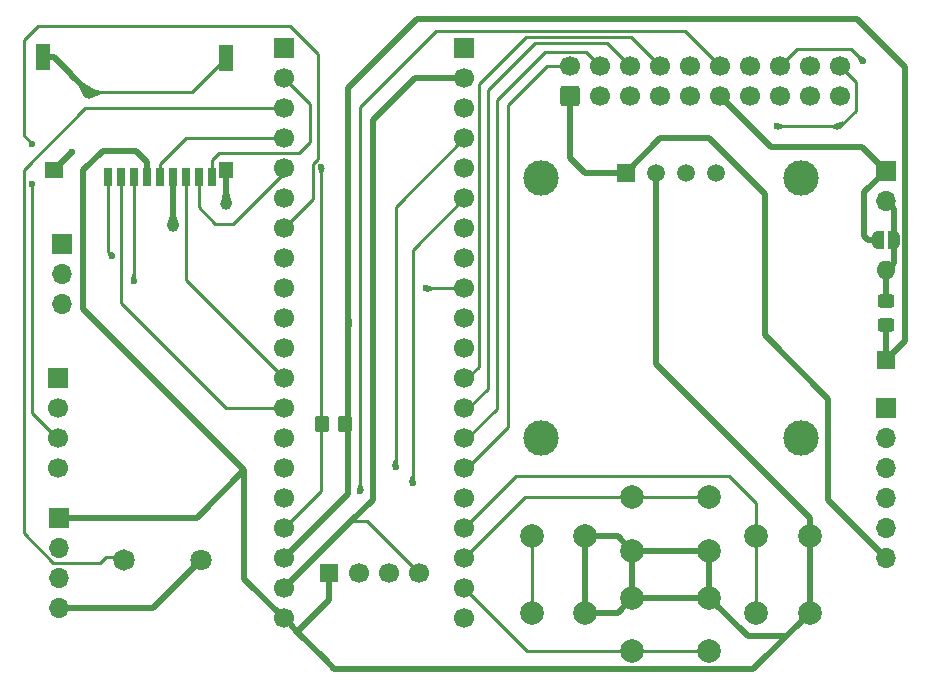
<source format=gbr>
%TF.GenerationSoftware,KiCad,Pcbnew,9.0.1*%
%TF.CreationDate,2025-06-11T14:36:35+02:00*%
%TF.ProjectId,sdiskII_stm32,73646973-6b49-4495-9f73-746d33322e6b,6*%
%TF.SameCoordinates,Original*%
%TF.FileFunction,Copper,L1,Top*%
%TF.FilePolarity,Positive*%
%FSLAX46Y46*%
G04 Gerber Fmt 4.6, Leading zero omitted, Abs format (unit mm)*
G04 Created by KiCad (PCBNEW 9.0.1) date 2025-06-11 14:36:35*
%MOMM*%
%LPD*%
G01*
G04 APERTURE LIST*
G04 Aperture macros list*
%AMRoundRect*
0 Rectangle with rounded corners*
0 $1 Rounding radius*
0 $2 $3 $4 $5 $6 $7 $8 $9 X,Y pos of 4 corners*
0 Add a 4 corners polygon primitive as box body*
4,1,4,$2,$3,$4,$5,$6,$7,$8,$9,$2,$3,0*
0 Add four circle primitives for the rounded corners*
1,1,$1+$1,$2,$3*
1,1,$1+$1,$4,$5*
1,1,$1+$1,$6,$7*
1,1,$1+$1,$8,$9*
0 Add four rect primitives between the rounded corners*
20,1,$1+$1,$2,$3,$4,$5,0*
20,1,$1+$1,$4,$5,$6,$7,0*
20,1,$1+$1,$6,$7,$8,$9,0*
20,1,$1+$1,$8,$9,$2,$3,0*%
%AMFreePoly0*
4,1,23,0.500000,-0.750000,0.000000,-0.750000,0.000000,-0.745722,-0.065263,-0.745722,-0.191342,-0.711940,-0.304381,-0.646677,-0.396677,-0.554381,-0.461940,-0.441342,-0.495722,-0.315263,-0.495722,-0.250000,-0.500000,-0.250000,-0.500000,0.250000,-0.495722,0.250000,-0.495722,0.315263,-0.461940,0.441342,-0.396677,0.554381,-0.304381,0.646677,-0.191342,0.711940,-0.065263,0.745722,0.000000,0.745722,
0.000000,0.750000,0.500000,0.750000,0.500000,-0.750000,0.500000,-0.750000,$1*%
%AMFreePoly1*
4,1,23,0.000000,0.745722,0.065263,0.745722,0.191342,0.711940,0.304381,0.646677,0.396677,0.554381,0.461940,0.441342,0.495722,0.315263,0.495722,0.250000,0.500000,0.250000,0.500000,-0.250000,0.495722,-0.250000,0.495722,-0.315263,0.461940,-0.441342,0.396677,-0.554381,0.304381,-0.646677,0.191342,-0.711940,0.065263,-0.745722,0.000000,-0.745722,0.000000,-0.750000,-0.500000,-0.750000,
-0.500000,0.750000,0.000000,0.750000,0.000000,0.745722,0.000000,0.745722,$1*%
G04 Aperture macros list end*
%TA.AperFunction,ComponentPad*%
%ADD10RoundRect,0.250000X0.600000X-0.600000X0.600000X0.600000X-0.600000X0.600000X-0.600000X-0.600000X0*%
%TD*%
%TA.AperFunction,ComponentPad*%
%ADD11C,1.700000*%
%TD*%
%TA.AperFunction,ComponentPad*%
%ADD12R,1.600000X1.600000*%
%TD*%
%TA.AperFunction,ComponentPad*%
%ADD13O,1.600000X1.600000*%
%TD*%
%TA.AperFunction,ComponentPad*%
%ADD14R,1.700000X1.700000*%
%TD*%
%TA.AperFunction,ComponentPad*%
%ADD15O,1.700000X1.700000*%
%TD*%
%TA.AperFunction,ComponentPad*%
%ADD16C,2.000000*%
%TD*%
%TA.AperFunction,SMDPad,CuDef*%
%ADD17RoundRect,0.250000X0.450000X-0.325000X0.450000X0.325000X-0.450000X0.325000X-0.450000X-0.325000X0*%
%TD*%
%TA.AperFunction,ComponentPad*%
%ADD18C,1.824000*%
%TD*%
%TA.AperFunction,ComponentPad*%
%ADD19C,1.800000*%
%TD*%
%TA.AperFunction,ComponentPad*%
%ADD20R,1.524000X1.524000*%
%TD*%
%TA.AperFunction,SMDPad,CuDef*%
%ADD21FreePoly0,180.000000*%
%TD*%
%TA.AperFunction,SMDPad,CuDef*%
%ADD22FreePoly1,180.000000*%
%TD*%
%TA.AperFunction,ComponentPad*%
%ADD23R,1.508000X1.508000*%
%TD*%
%TA.AperFunction,ComponentPad*%
%ADD24C,1.508000*%
%TD*%
%TA.AperFunction,ComponentPad*%
%ADD25C,3.000000*%
%TD*%
%TA.AperFunction,SMDPad,CuDef*%
%ADD26R,1.600000X1.400000*%
%TD*%
%TA.AperFunction,SMDPad,CuDef*%
%ADD27R,1.200000X2.200000*%
%TD*%
%TA.AperFunction,SMDPad,CuDef*%
%ADD28R,0.700000X1.600000*%
%TD*%
%TA.AperFunction,SMDPad,CuDef*%
%ADD29R,1.200000X1.400000*%
%TD*%
%TA.AperFunction,SMDPad,CuDef*%
%ADD30RoundRect,0.250000X-0.350000X-0.450000X0.350000X-0.450000X0.350000X0.450000X-0.350000X0.450000X0*%
%TD*%
%TA.AperFunction,ViaPad*%
%ADD31C,0.600000*%
%TD*%
%TA.AperFunction,ViaPad*%
%ADD32C,1.000000*%
%TD*%
%TA.AperFunction,Conductor*%
%ADD33C,0.500000*%
%TD*%
%TA.AperFunction,Conductor*%
%ADD34C,0.250000*%
%TD*%
G04 APERTURE END LIST*
D10*
%TO.P,J2,1,Pin_1*%
%TO.N,GND*%
X178290000Y-92490000D03*
D11*
%TO.P,J2,2,Pin_2*%
%TO.N,STEP0*%
X178290000Y-89950000D03*
%TO.P,J2,3,Pin_3*%
%TO.N,GND*%
X180830000Y-92490000D03*
%TO.P,J2,4,Pin_4*%
%TO.N,STEP1*%
X180830000Y-89950000D03*
%TO.P,J2,5,Pin_5*%
%TO.N,GND*%
X183370000Y-92490000D03*
%TO.P,J2,6,Pin_6*%
%TO.N,STEP2*%
X183370000Y-89950000D03*
%TO.P,J2,7,Pin_7*%
%TO.N,3.5DSK_D*%
X185910000Y-92490000D03*
%TO.P,J2,8,Pin_8*%
%TO.N,STEP3*%
X185910000Y-89950000D03*
%TO.P,J2,9,Pin_9*%
%TO.N,unconnected-(J2-Pin_9-Pad9)*%
X188450000Y-92490000D03*
%TO.P,J2,10,Pin_10*%
%TO.N,WR_REQ*%
X188450000Y-89950000D03*
%TO.P,J2,11,Pin_11*%
%TO.N,VCC*%
X190990000Y-92490000D03*
%TO.P,J2,12,Pin_12*%
%TO.N,SELECT_D*%
X190990000Y-89950000D03*
%TO.P,J2,13,Pin_13*%
%TO.N,unconnected-(J2-Pin_13-Pad13)*%
X193530000Y-92490000D03*
%TO.P,J2,14,Pin_14*%
%TO.N,DEVICE_ENABLE*%
X193530000Y-89950000D03*
%TO.P,J2,15,Pin_15*%
%TO.N,unconnected-(J2-Pin_15-Pad15)*%
X196070000Y-92490000D03*
%TO.P,J2,16,Pin_16*%
%TO.N,RD_DATA*%
X196070000Y-89950000D03*
%TO.P,J2,17,Pin_17*%
%TO.N,unconnected-(J2-Pin_17-Pad17)*%
X198610000Y-92490000D03*
%TO.P,J2,18,Pin_18*%
%TO.N,WR_DATA*%
X198610000Y-89950000D03*
%TO.P,J2,19,Pin_19*%
%TO.N,unconnected-(J2-Pin_19-Pad19)*%
X201150000Y-92490000D03*
%TO.P,J2,20,Pin_20*%
%TO.N,WR_PROTECT_D*%
X201150000Y-89950000D03*
%TD*%
D12*
%TO.P,D1,1,K*%
%TO.N,PWR_IN*%
X205000000Y-114840000D03*
D13*
%TO.P,D1,2,A*%
%TO.N,PWR_RD*%
X205000000Y-107220000D03*
%TD*%
D14*
%TO.P,J5,1,Pin_1*%
%TO.N,TIM2_CH3*%
X134880000Y-116370000D03*
D11*
%TO.P,J5,2,Pin_2*%
%TO.N,TIM3_CH4*%
X134880000Y-118910000D03*
%TO.P,J5,3,Pin_3*%
%TO.N,DEBUG*%
X134880000Y-121450000D03*
%TO.P,J5,4,Pin_4*%
%TO.N,GND*%
X134880000Y-123990000D03*
%TD*%
D14*
%TO.P,J3,1,Pin_1*%
%TO.N,RD_DATA*%
X205030000Y-118910000D03*
D15*
%TO.P,J3,2,Pin_2*%
%TO.N,WR_REQ*%
X205030000Y-121450000D03*
%TO.P,J3,3,Pin_3*%
%TO.N,DEVICE_ENABLE*%
X205030000Y-123990000D03*
%TO.P,J3,4,Pin_4*%
%TO.N,WR_PROTECT_D*%
X205030000Y-126530000D03*
%TO.P,J3,5,Pin_5*%
%TO.N,WR_DATA*%
X205030000Y-129070000D03*
%TO.P,J3,6,Pin_6*%
%TO.N,GND*%
X205030000Y-131610000D03*
%TD*%
D16*
%TO.P,UP1,1,1*%
%TO.N,+3.3V*%
X190040000Y-130950000D03*
X183540000Y-130950000D03*
%TO.P,UP1,2,2*%
%TO.N,BTN_UP*%
X190040000Y-126450000D03*
X183540000Y-126450000D03*
%TD*%
D17*
%TO.P,D2,1,K*%
%TO.N,PWR_IN*%
X205000000Y-111840000D03*
%TO.P,D2,2,A*%
%TO.N,PWR_RD*%
X205000000Y-109790000D03*
%TD*%
D18*
%TO.P,BZ1,1,+*%
%TO.N,TIM1_CH2N*%
X140500000Y-131750000D03*
D19*
%TO.P,BZ1,2,-*%
%TO.N,GND*%
X147000000Y-131750000D03*
%TD*%
D14*
%TO.P,J4,1,Pin_1*%
%TO.N,USART1_TX*%
X135240000Y-104975000D03*
D15*
%TO.P,J4,2,Pin_2*%
%TO.N,USART1_RX*%
X135240000Y-107515000D03*
%TO.P,J4,3,Pin_3*%
%TO.N,GND*%
X135240000Y-110055000D03*
%TD*%
D14*
%TO.P,\u03BCC1,1,B12*%
%TO.N,BTN_RET*%
X154050000Y-88440000D03*
D11*
%TO.P,\u03BCC1,2,B13*%
%TO.N,SD_EJECT*%
X154050000Y-90980000D03*
%TO.P,\u03BCC1,3,B14*%
%TO.N,TIM1_CH2N*%
X154050000Y-93520000D03*
%TO.P,\u03BCC1,4,B15*%
%TO.N,SDIO_CK*%
X154050000Y-96060000D03*
%TO.P,\u03BCC1,5,A8*%
%TO.N,SDIO_D1*%
X154050000Y-98600000D03*
%TO.P,\u03BCC1,6,A9*%
%TO.N,SDIO_D2*%
X154050000Y-101140000D03*
%TO.P,\u03BCC1,7,A10*%
%TO.N,DEBUG*%
X154050000Y-103680000D03*
%TO.P,\u03BCC1,8,A11*%
%TO.N,3.5DSK*%
X154050000Y-106220000D03*
%TO.P,\u03BCC1,9,A12*%
%TO.N,unconnected-(\u03BCC1-A12-Pad9)*%
X154050000Y-108760000D03*
%TO.P,\u03BCC1,10,A15*%
%TO.N,USART1_TX*%
X154050000Y-111300000D03*
%TO.P,\u03BCC1,11,B3*%
%TO.N,USART1_RX*%
X154050000Y-113840000D03*
%TO.P,\u03BCC1,12,B4*%
%TO.N,SDIO_DO*%
X154050000Y-116380000D03*
%TO.P,\u03BCC1,13,B5*%
%TO.N,SDIO_D3*%
X154050000Y-118920000D03*
%TO.P,\u03BCC1,14,B6*%
%TO.N,I2C_SCL*%
X154050000Y-121460000D03*
%TO.P,\u03BCC1,15,B7*%
%TO.N,I2C_SDA*%
X154050000Y-124000000D03*
%TO.P,\u03BCC1,16,B8*%
%TO.N,SELECT*%
X154050000Y-126540000D03*
%TO.P,\u03BCC1,17,B9*%
%TO.N,WR_REQ*%
X154050000Y-129080000D03*
%TO.P,\u03BCC1,18,5Vi*%
%TO.N,PWR_IN*%
X154050000Y-131620000D03*
%TO.P,\u03BCC1,19,GNDi*%
%TO.N,GND*%
X154050000Y-134160000D03*
%TO.P,\u03BCC1,20,3.3i*%
%TO.N,+3.3V*%
X154050000Y-136700000D03*
%TO.P,\u03BCC1,21,VB*%
%TO.N,unconnected-(\u03BCC1-VB-Pad21)*%
X169290000Y-136700000D03*
%TO.P,\u03BCC1,22,C13*%
%TO.N,BTN_DOWN*%
X169290000Y-134160000D03*
%TO.P,\u03BCC1,23,C14*%
%TO.N,BTN_UP*%
X169290000Y-131620000D03*
%TO.P,\u03BCC1,24,C15*%
%TO.N,BTN_ENTR*%
X169290000Y-129080000D03*
%TO.P,\u03BCC1,25,R*%
%TO.N,unconnected-(\u03BCC1-R-Pad25)*%
X169290000Y-126540000D03*
%TO.P,\u03BCC1,26,A0*%
%TO.N,STEP0*%
X169290000Y-124000000D03*
%TO.P,\u03BCC1,27,A1*%
%TO.N,STEP1*%
X169290000Y-121460000D03*
%TO.P,\u03BCC1,28,A2*%
%TO.N,STEP2*%
X169290000Y-118920000D03*
%TO.P,\u03BCC1,29,A3*%
%TO.N,STEP3*%
X169290000Y-116380000D03*
%TO.P,\u03BCC1,30,A4*%
%TO.N,DEVICE_ENABLE*%
X169290000Y-113840000D03*
%TO.P,\u03BCC1,31,A5*%
%TO.N,WR_DATA*%
X169290000Y-111300000D03*
%TO.P,\u03BCC1,32,A6*%
%TO.N,SDIO_CMD*%
X169290000Y-108760000D03*
%TO.P,\u03BCC1,33,A7*%
%TO.N,WR_DATA*%
X169290000Y-106220000D03*
%TO.P,\u03BCC1,34,B0*%
%TO.N,RD_DATA*%
X169290000Y-103680000D03*
%TO.P,\u03BCC1,35,B1*%
%TO.N,TIM3_CH4*%
X169290000Y-101140000D03*
%TO.P,\u03BCC1,36,B2*%
%TO.N,WR_PROTECT*%
X169290000Y-98600000D03*
%TO.P,\u03BCC1,37,B10*%
%TO.N,TIM2_CH3*%
X169290000Y-96060000D03*
%TO.P,\u03BCC1,38,3.3ii*%
%TO.N,unconnected-(\u03BCC1-3.3ii-Pad38)*%
X169290000Y-93520000D03*
%TO.P,\u03BCC1,39,GNDii*%
%TO.N,GND*%
X169290000Y-90980000D03*
D14*
%TO.P,\u03BCC1,40,5Vii*%
%TO.N,unconnected-(\u03BCC1-5Vii-Pad40)*%
X169290000Y-88440000D03*
D20*
%TO.P,\u03BCC1,41,3.3V*%
%TO.N,+3.3V*%
X157860000Y-132890000D03*
D11*
%TO.P,\u03BCC1,42,SDIO*%
%TO.N,SDIO*%
X160400000Y-132890000D03*
%TO.P,\u03BCC1,43,SCK*%
%TO.N,SCK*%
X162940000Y-132890000D03*
%TO.P,\u03BCC1,44,GND*%
%TO.N,GND*%
X165480000Y-132890000D03*
%TD*%
D21*
%TO.P,JP1,1,A*%
%TO.N,PWR_RD*%
X205650000Y-104680000D03*
D22*
%TO.P,JP1,2,B*%
%TO.N,VCC*%
X204350000Y-104680000D03*
%TD*%
D14*
%TO.P,J1,1,Pin_1*%
%TO.N,VCC*%
X205000000Y-98810000D03*
D15*
%TO.P,J1,2,Pin_2*%
%TO.N,PWR_RD*%
X205000000Y-101350000D03*
%TD*%
D16*
%TO.P,ENTR1,1,1*%
%TO.N,+3.3V*%
X198540000Y-129700000D03*
X198540000Y-136200000D03*
%TO.P,ENTR1,2,2*%
%TO.N,BTN_ENTR*%
X194040000Y-129700000D03*
X194040000Y-136200000D03*
%TD*%
D14*
%TO.P,J6,1,Pin_1*%
%TO.N,+3.3V*%
X135000000Y-128180000D03*
D15*
%TO.P,J6,2,Pin_2*%
%TO.N,SDIO*%
X135000000Y-130720000D03*
%TO.P,J6,3,Pin_3*%
%TO.N,SCK*%
X135000000Y-133260000D03*
%TO.P,J6,4,Pin_4*%
%TO.N,GND*%
X135000000Y-135800000D03*
%TD*%
D23*
%TO.P,U8,1,GND*%
%TO.N,GND*%
X182980000Y-98950000D03*
D24*
%TO.P,U8,2,VCC_IN*%
%TO.N,+3.3V*%
X185520000Y-98950000D03*
%TO.P,U8,3,SCL*%
%TO.N,I2C_SCL*%
X188060000Y-98950000D03*
%TO.P,U8,4,SDA*%
%TO.N,I2C_SDA*%
X190600000Y-98950000D03*
D25*
%TO.P,U8,S1*%
%TO.N,N/C*%
X175790000Y-99450000D03*
%TO.P,U8,S2*%
X197790000Y-99450000D03*
%TO.P,U8,S3*%
X197790000Y-121450000D03*
%TO.P,U8,S4*%
X175790000Y-121450000D03*
%TD*%
D26*
%TO.P,U2,*%
%TO.N,*%
X134540000Y-98750000D03*
D27*
X149140000Y-89250000D03*
D28*
%TO.P,U2,1,D2*%
%TO.N,SDIO_D2*%
X139140000Y-99350000D03*
%TO.P,U2,2,D3*%
%TO.N,SDIO_D3*%
X140240000Y-99350000D03*
%TO.P,U2,3,CMD*%
%TO.N,SDIO_CMD*%
X141340000Y-99350000D03*
%TO.P,U2,4,VDD*%
%TO.N,+3.3V*%
X142440000Y-99350000D03*
%TO.P,U2,5,SCLK*%
%TO.N,SDIO_CK*%
X143540000Y-99350000D03*
%TO.P,U2,6,GND*%
%TO.N,GND*%
X144640000Y-99350000D03*
%TO.P,U2,7,DO*%
%TO.N,SDIO_DO*%
X145740000Y-99350000D03*
%TO.P,U2,8,D1*%
%TO.N,SDIO_D1*%
X146840000Y-99350000D03*
%TO.P,U2,9,CD*%
%TO.N,SD_EJECT*%
X147940000Y-99350000D03*
D29*
%TO.P,U2,10,GND*%
%TO.N,GND*%
X149140000Y-98750000D03*
D27*
%TO.P,U2,~*%
%TO.N,N/C*%
X133640000Y-89150000D03*
%TD*%
D30*
%TO.P,R4,1*%
%TO.N,WR_REQ*%
X157250000Y-120230000D03*
%TO.P,R4,2*%
%TO.N,PWR_IN*%
X159250000Y-120230000D03*
%TD*%
D16*
%TO.P,RET1,1,1*%
%TO.N,+3.3V*%
X179540000Y-129700000D03*
X179540000Y-136200000D03*
%TO.P,RET1,2,2*%
%TO.N,BTN_RET*%
X175040000Y-129700000D03*
X175040000Y-136200000D03*
%TD*%
%TO.P,DOWN1,1,1*%
%TO.N,+3.3V*%
X183540000Y-134950000D03*
X190040000Y-134950000D03*
%TO.P,DOWN1,2,2*%
%TO.N,BTN_DOWN*%
X183540000Y-139450000D03*
X190040000Y-139450000D03*
%TD*%
D31*
%TO.N,GND*%
X136090000Y-97200000D03*
D32*
X144640000Y-103500000D03*
X137540000Y-92250000D03*
X149170000Y-101600000D03*
D31*
%TO.N,WR_REQ*%
X157190000Y-98500000D03*
%TO.N,RD_DATA*%
X203050000Y-89500000D03*
%TO.N,PWR_IN*%
X159510000Y-111690000D03*
%TO.N,SDIO_CMD*%
X141340000Y-108100000D03*
X166040000Y-108760000D03*
%TO.N,SDIO_D2*%
X139490000Y-106050000D03*
%TO.N,DEBUG*%
X132750000Y-99900000D03*
X132750000Y-96500000D03*
%TO.N,TIM3_CH4*%
X164940000Y-125250000D03*
%TO.N,TIM2_CH3*%
X163490000Y-123900000D03*
%TO.N,SELECT_D*%
X160500000Y-125925000D03*
%TO.N,WR_PROTECT_D*%
X201000000Y-95025000D03*
X195750000Y-95025000D03*
%TD*%
D33*
%TO.N,GND*%
X200090000Y-118090000D02*
X200090000Y-126670000D01*
X165126341Y-90960000D02*
X169270000Y-90960000D01*
X178300000Y-97100000D02*
X178290000Y-97090000D01*
D34*
X161075000Y-128485000D02*
X159725000Y-128485000D01*
D33*
X136040000Y-90650000D02*
X136040000Y-90640000D01*
X149170000Y-98780000D02*
X149140000Y-98750000D01*
D34*
X137540000Y-92250000D02*
X137540000Y-92150000D01*
D33*
X179550000Y-98950000D02*
X178300000Y-97700000D01*
X159725000Y-128485000D02*
X154050000Y-134160000D01*
X182980000Y-98950000D02*
X179550000Y-98950000D01*
X165116341Y-90950000D02*
X165126341Y-90960000D01*
X161540000Y-94526341D02*
X165116341Y-90950000D01*
D34*
X146240000Y-92150000D02*
X149140000Y-89250000D01*
D33*
X178300000Y-97700000D02*
X178300000Y-97100000D01*
X178290000Y-97090000D02*
X178290000Y-92490000D01*
X159725000Y-128485000D02*
X161540000Y-126670000D01*
X136090000Y-97200000D02*
X134540000Y-98750000D01*
D34*
X137540000Y-92150000D02*
X146240000Y-92150000D01*
D33*
X190020000Y-96020000D02*
X194730000Y-100730000D01*
D34*
X165480000Y-132890000D02*
X161075000Y-128485000D01*
D33*
X168659000Y-90980000D02*
X168659000Y-90950000D01*
X169270000Y-90960000D02*
X169290000Y-90980000D01*
X161540000Y-126670000D02*
X161540000Y-94526341D01*
X137540000Y-92150000D02*
X136040000Y-90650000D01*
X144640000Y-103500000D02*
X144640000Y-99583884D01*
X135240000Y-135800000D02*
X142950000Y-135800000D01*
X194730000Y-112730000D02*
X200090000Y-118090000D01*
X194730000Y-100730000D02*
X194730000Y-112730000D01*
X149170000Y-101600000D02*
X149170000Y-98780000D01*
X134550000Y-89150000D02*
X133640000Y-89150000D01*
X142950000Y-135800000D02*
X147000000Y-131750000D01*
X182980000Y-98950000D02*
X185910000Y-96020000D01*
X136040000Y-90640000D02*
X134550000Y-89150000D01*
X185910000Y-96020000D02*
X190020000Y-96020000D01*
X200090000Y-126670000D02*
X205030000Y-131610000D01*
%TO.N,VCC*%
X203530000Y-104680000D02*
X204350000Y-104680000D01*
X202940000Y-96750000D02*
X205000000Y-98810000D01*
X205000000Y-98650000D02*
X204840000Y-98810000D01*
X205000000Y-98810000D02*
X203190000Y-100620000D01*
X203190000Y-104340000D02*
X203530000Y-104680000D01*
X203190000Y-100620000D02*
X203190000Y-104340000D01*
X195250000Y-96750000D02*
X202940000Y-96750000D01*
X190990000Y-92490000D02*
X195250000Y-96750000D01*
D34*
%TO.N,STEP2*%
X175290000Y-87950000D02*
X175040000Y-88200000D01*
X171290000Y-117250000D02*
X169620000Y-118920000D01*
X181370000Y-87950000D02*
X175290000Y-87950000D01*
X175040000Y-88200000D02*
X171290000Y-91950000D01*
X171290000Y-91950000D02*
X171290000Y-117250000D01*
X183370000Y-89950000D02*
X181370000Y-87950000D01*
%TO.N,WR_REQ*%
X157190000Y-125940000D02*
X154050000Y-129080000D01*
X157190000Y-98500000D02*
X157190000Y-125940000D01*
%TO.N,STEP3*%
X170540000Y-91450000D02*
X170540000Y-115415000D01*
X183410000Y-87450000D02*
X174540000Y-87450000D01*
X170540000Y-115415000D02*
X169575000Y-116380000D01*
X174540000Y-87450000D02*
X170540000Y-91450000D01*
X185910000Y-89950000D02*
X183410000Y-87450000D01*
%TO.N,STEP0*%
X173040000Y-93200000D02*
X173040000Y-120500000D01*
X176290000Y-89950000D02*
X173040000Y-93200000D01*
X173040000Y-120500000D02*
X169540000Y-124000000D01*
X178290000Y-89950000D02*
X176290000Y-89950000D01*
%TO.N,STEP1*%
X176165000Y-88700000D02*
X175865000Y-89000000D01*
X175865000Y-89000000D02*
X172040000Y-92825000D01*
X172040000Y-92825000D02*
X172040000Y-119000000D01*
X179580000Y-88700000D02*
X176165000Y-88700000D01*
X180830000Y-89950000D02*
X179580000Y-88700000D01*
X172040000Y-119000000D02*
X169580000Y-121460000D01*
%TO.N,BTN_DOWN*%
X183540000Y-139450000D02*
X190040000Y-139450000D01*
X174580000Y-139450000D02*
X169290000Y-134160000D01*
X183540000Y-139450000D02*
X174580000Y-139450000D01*
%TO.N,BTN_ENTR*%
X191740213Y-124650213D02*
X173719787Y-124650213D01*
X173719787Y-124650213D02*
X169290000Y-129080000D01*
X194040000Y-126950000D02*
X191740213Y-124650213D01*
X194040000Y-129700000D02*
X194040000Y-136200000D01*
X194040000Y-129700000D02*
X194040000Y-126950000D01*
%TO.N,BTN_RET*%
X175040000Y-136200000D02*
X175040000Y-129700000D01*
%TO.N,BTN_UP*%
X190040000Y-126450000D02*
X183540000Y-126450000D01*
X183540000Y-126450000D02*
X174460000Y-126450000D01*
X174460000Y-126450000D02*
X169290000Y-131620000D01*
D33*
%TO.N,+3.3V*%
X190040000Y-134950000D02*
X190040000Y-130950000D01*
X183540000Y-130950000D02*
X182290000Y-129700000D01*
X185520000Y-115180000D02*
X198540000Y-128200000D01*
X150690000Y-124150000D02*
X137040000Y-110500000D01*
X190040000Y-130950000D02*
X183540000Y-130950000D01*
X137040000Y-110500000D02*
X137040000Y-98760000D01*
X138700000Y-97100000D02*
X141490000Y-97100000D01*
X157860000Y-132890000D02*
X157860000Y-135130000D01*
X155170000Y-137820000D02*
X154602250Y-137252250D01*
X185520000Y-98950000D02*
X185520000Y-115180000D01*
X137040000Y-98760000D02*
X138700000Y-97100000D01*
X142440000Y-98050000D02*
X142440000Y-99350000D01*
X198540000Y-136200000D02*
X193790000Y-140950000D01*
X157860000Y-135130000D02*
X155170000Y-137820000D01*
X183540000Y-134950000D02*
X190040000Y-134950000D01*
X179540000Y-136200000D02*
X179540000Y-129700000D01*
X157590000Y-140240000D02*
X155170000Y-137820000D01*
X135190000Y-128180000D02*
X146660000Y-128180000D01*
X196540000Y-138200000D02*
X193290000Y-138200000D01*
X198540000Y-129700000D02*
X198540000Y-136200000D01*
X182290000Y-136200000D02*
X183540000Y-134950000D01*
X179540000Y-136200000D02*
X182290000Y-136200000D01*
X158300000Y-140950000D02*
X157590000Y-140240000D01*
X146660000Y-128180000D02*
X150690000Y-124150000D01*
X141490000Y-97100000D02*
X142440000Y-98050000D01*
X150690000Y-133340000D02*
X154050000Y-136700000D01*
X182290000Y-129700000D02*
X179540000Y-129700000D01*
X150690000Y-124150000D02*
X150690000Y-133340000D01*
X193790000Y-140950000D02*
X158300000Y-140950000D01*
X193290000Y-138200000D02*
X190040000Y-134950000D01*
X198540000Y-128200000D02*
X198540000Y-129700000D01*
X183540000Y-134950000D02*
X183540000Y-130950000D01*
D34*
%TO.N,RD_DATA*%
X202050000Y-88500000D02*
X197520000Y-88500000D01*
X203050000Y-89500000D02*
X202050000Y-88500000D01*
X197520000Y-88500000D02*
X196070000Y-89950000D01*
%TO.N,SDIO_DO*%
X154050000Y-116380000D02*
X145740000Y-108070000D01*
X145740000Y-108070000D02*
X145740000Y-99350000D01*
%TO.N,SD_EJECT*%
X148515000Y-97285000D02*
X147940000Y-97860000D01*
X148515000Y-97285000D02*
X155305000Y-97285000D01*
X147940000Y-97860000D02*
X147940000Y-99350000D01*
X156240000Y-93170000D02*
X154050000Y-90980000D01*
X156240000Y-96350000D02*
X156240000Y-93170000D01*
X155305000Y-97285000D02*
X156240000Y-96350000D01*
%TO.N,SDIO_CK*%
X143540000Y-98260000D02*
X145740000Y-96060000D01*
X143540000Y-98260000D02*
X143540000Y-99350000D01*
X145740000Y-96060000D02*
X154050000Y-96060000D01*
%TO.N,SDIO_D1*%
X148240000Y-103300000D02*
X146840000Y-101900000D01*
X146840000Y-101900000D02*
X146840000Y-99350000D01*
X154050000Y-98990000D02*
X149740000Y-103300000D01*
X149740000Y-103300000D02*
X148240000Y-103300000D01*
X154050000Y-98600000D02*
X154050000Y-98990000D01*
D33*
%TO.N,PWR_IN*%
X202540000Y-85950000D02*
X206640000Y-90050000D01*
X206640000Y-100110000D02*
X206656000Y-100126000D01*
X159450000Y-126190000D02*
X154050000Y-131590000D01*
X159510000Y-111690000D02*
X159450000Y-111630000D01*
X159450000Y-111750000D02*
X159450000Y-126190000D01*
X159450000Y-111630000D02*
X159450000Y-91790000D01*
X206656000Y-100126000D02*
X206656000Y-113184000D01*
X206640000Y-90050000D02*
X206640000Y-100110000D01*
X206656000Y-113184000D02*
X205000000Y-114840000D01*
X205000000Y-114840000D02*
X205000000Y-111840000D01*
X154050000Y-131590000D02*
X154050000Y-131620000D01*
X159510000Y-111690000D02*
X159450000Y-111750000D01*
X165290000Y-85950000D02*
X202540000Y-85950000D01*
X159450000Y-91790000D02*
X165290000Y-85950000D01*
D34*
%TO.N,SDIO_CMD*%
X141340000Y-108100000D02*
X141340000Y-99350000D01*
X169290000Y-108760000D02*
X166040000Y-108760000D01*
%TO.N,SDIO_D2*%
X139490000Y-106050000D02*
X139140000Y-105700000D01*
X139140000Y-105700000D02*
X139140000Y-99350000D01*
%TO.N,SDIO_D3*%
X140240000Y-110000000D02*
X140240000Y-99350000D01*
X154050000Y-118920000D02*
X149160000Y-118920000D01*
X149160000Y-118920000D02*
X140240000Y-110000000D01*
%TO.N,DEBUG*%
X133250000Y-86500000D02*
X132000000Y-87750000D01*
X154050000Y-103680000D02*
X156515000Y-101215000D01*
X156910405Y-97825000D02*
X156910405Y-88884288D01*
X132750000Y-99900000D02*
X132750000Y-119330000D01*
X156910405Y-88884288D02*
X154526117Y-86500000D01*
X132000000Y-87750000D02*
X132000000Y-95750000D01*
X156515000Y-101215000D02*
X156515000Y-98220405D01*
X154526117Y-86500000D02*
X133250000Y-86500000D01*
X156515000Y-98220405D02*
X156910405Y-97825000D01*
X132000000Y-95750000D02*
X132750000Y-96500000D01*
X132750000Y-119330000D02*
X135000000Y-121580000D01*
%TO.N,TIM3_CH4*%
X164940000Y-105490000D02*
X164940000Y-125250000D01*
X169290000Y-101140000D02*
X164940000Y-105490000D01*
%TO.N,TIM1_CH2N*%
X132000000Y-129500000D02*
X134500000Y-132000000D01*
X139000000Y-131500000D02*
X140500000Y-131500000D01*
X154050000Y-93520000D02*
X137230000Y-93520000D01*
X138500000Y-132000000D02*
X139000000Y-131500000D01*
X137230000Y-93520000D02*
X132000000Y-98750000D01*
X134500000Y-132000000D02*
X138500000Y-132000000D01*
X132000000Y-98750000D02*
X132000000Y-129500000D01*
%TO.N,TIM2_CH3*%
X163490000Y-101860000D02*
X163490000Y-123900000D01*
X169290000Y-96060000D02*
X163490000Y-101860000D01*
D33*
%TO.N,PWR_RD*%
X205650000Y-104680000D02*
X205650000Y-102000000D01*
X205400000Y-101350000D02*
X204840000Y-101350000D01*
X205650000Y-102000000D02*
X205000000Y-101350000D01*
X205000000Y-107220000D02*
X205000000Y-109630000D01*
X205650000Y-104680000D02*
X205650000Y-106570000D01*
X205650000Y-106570000D02*
X205000000Y-107220000D01*
D34*
%TO.N,SELECT_D*%
X160500000Y-93400000D02*
X166950000Y-86950000D01*
X160500000Y-125925000D02*
X160500000Y-93400000D01*
X187990000Y-86950000D02*
X190990000Y-89950000D01*
X166950000Y-86950000D02*
X187990000Y-86950000D01*
X160500000Y-125925000D02*
X160375000Y-125800000D01*
%TO.N,WR_PROTECT_D*%
X202440000Y-93700000D02*
X202440000Y-91240000D01*
X202440000Y-91240000D02*
X201150000Y-89950000D01*
X201115000Y-95025000D02*
X202440000Y-93700000D01*
X195750000Y-95025000D02*
X201000000Y-95025000D01*
X201000000Y-95025000D02*
X201115000Y-95025000D01*
%TD*%
%TA.AperFunction,Conductor*%
%TO.N,SDIO_CMD*%
G36*
X166110929Y-108469681D02*
G01*
X166626060Y-108632417D01*
X166632917Y-108638177D01*
X166634236Y-108643574D01*
X166634236Y-108876425D01*
X166630809Y-108884698D01*
X166626060Y-108887582D01*
X166110937Y-109050315D01*
X166102016Y-109049539D01*
X166096256Y-109042682D01*
X166095949Y-109041494D01*
X166039469Y-108762318D01*
X166039469Y-108757680D01*
X166062554Y-108643574D01*
X166095946Y-108478518D01*
X166100945Y-108471092D01*
X166109733Y-108469373D01*
X166110929Y-108469681D01*
G37*
%TD.AperFunction*%
%TD*%
%TA.AperFunction,Conductor*%
%TO.N,PWR_IN*%
G36*
X159229368Y-111634132D02*
G01*
X159410428Y-111669532D01*
X159509974Y-111688995D01*
X159510049Y-111689010D01*
X159792851Y-111746223D01*
X159800279Y-111751223D01*
X159802014Y-111759928D01*
X159701843Y-112274163D01*
X159696898Y-112281628D01*
X159690359Y-112283626D01*
X159211987Y-112283626D01*
X159203714Y-112280199D01*
X159200287Y-112271926D01*
X159200290Y-112271643D01*
X159204245Y-112108007D01*
X159215429Y-111645330D01*
X159219054Y-111637145D01*
X159227408Y-111633919D01*
X159229368Y-111634132D01*
G37*
%TD.AperFunction*%
%TD*%
%TA.AperFunction,Conductor*%
%TO.N,WR_PROTECT_D*%
G36*
X200937983Y-94735460D02*
G01*
X200943743Y-94742317D01*
X200944054Y-94743521D01*
X201000530Y-95022680D01*
X201000530Y-95027320D01*
X200944054Y-95306478D01*
X200939054Y-95313907D01*
X200930266Y-95315626D01*
X200929062Y-95315315D01*
X200413940Y-95152582D01*
X200407083Y-95146822D01*
X200405764Y-95141425D01*
X200405764Y-94908574D01*
X200409191Y-94900301D01*
X200413940Y-94897417D01*
X200929063Y-94734684D01*
X200937983Y-94735460D01*
G37*
%TD.AperFunction*%
%TD*%
%TA.AperFunction,Conductor*%
%TO.N,WR_REQ*%
G36*
X157471479Y-98555946D02*
G01*
X157478907Y-98560945D01*
X157480626Y-98569733D01*
X157480315Y-98570937D01*
X157317583Y-99086060D01*
X157311823Y-99092917D01*
X157306426Y-99094236D01*
X157073574Y-99094236D01*
X157065301Y-99090809D01*
X157062417Y-99086060D01*
X156899684Y-98570937D01*
X156900460Y-98562016D01*
X156907317Y-98556256D01*
X156908500Y-98555950D01*
X157187682Y-98499469D01*
X157192318Y-98499469D01*
X157471479Y-98555946D01*
G37*
%TD.AperFunction*%
%TD*%
%TA.AperFunction,Conductor*%
%TO.N,GND*%
G36*
X149419306Y-100613034D02*
G01*
X149422331Y-100618265D01*
X149657147Y-101490401D01*
X149655989Y-101499281D01*
X149648891Y-101504741D01*
X149648154Y-101504914D01*
X149172305Y-101600536D01*
X149167695Y-101600536D01*
X148691845Y-101504914D01*
X148684409Y-101499924D01*
X148682679Y-101491138D01*
X148682852Y-101490401D01*
X148917669Y-100618265D01*
X148923129Y-100611167D01*
X148928967Y-100609607D01*
X149411033Y-100609607D01*
X149419306Y-100613034D01*
G37*
%TD.AperFunction*%
%TD*%
%TA.AperFunction,Conductor*%
%TO.N,GND*%
G36*
X137649823Y-91763260D02*
G01*
X138521013Y-92022511D01*
X138527965Y-92028155D01*
X138529376Y-92033725D01*
X138529376Y-92268076D01*
X138525949Y-92276349D01*
X138523307Y-92278332D01*
X137827169Y-92660581D01*
X137818268Y-92661559D01*
X137811821Y-92656841D01*
X137556669Y-92276349D01*
X137541712Y-92254045D01*
X137539951Y-92245267D01*
X137635020Y-91772170D01*
X137640010Y-91764735D01*
X137648796Y-91763005D01*
X137649823Y-91763260D01*
G37*
%TD.AperFunction*%
%TD*%
%TA.AperFunction,Conductor*%
%TO.N,GND*%
G36*
X144889306Y-102513034D02*
G01*
X144892331Y-102518265D01*
X145127147Y-103390401D01*
X145125989Y-103399281D01*
X145118891Y-103404741D01*
X145118154Y-103404914D01*
X144642305Y-103500536D01*
X144637695Y-103500536D01*
X144161845Y-103404914D01*
X144154409Y-103399924D01*
X144152679Y-103391138D01*
X144152852Y-103390401D01*
X144387669Y-102518265D01*
X144393129Y-102511167D01*
X144398967Y-102509607D01*
X144881033Y-102509607D01*
X144889306Y-102513034D01*
G37*
%TD.AperFunction*%
%TD*%
%TA.AperFunction,Conductor*%
%TO.N,TIM2_CH3*%
G36*
X163614699Y-123309191D02*
G01*
X163617583Y-123313940D01*
X163780315Y-123829062D01*
X163779539Y-123837983D01*
X163772682Y-123843743D01*
X163771478Y-123844054D01*
X163492320Y-123900530D01*
X163487680Y-123900530D01*
X163254553Y-123853366D01*
X163208520Y-123844053D01*
X163201092Y-123839054D01*
X163199373Y-123830266D01*
X163199680Y-123829075D01*
X163362417Y-123313939D01*
X163368177Y-123307083D01*
X163373574Y-123305764D01*
X163606426Y-123305764D01*
X163614699Y-123309191D01*
G37*
%TD.AperFunction*%
%TD*%
%TA.AperFunction,Conductor*%
%TO.N,SDIO_CMD*%
G36*
X141464699Y-107509191D02*
G01*
X141467583Y-107513940D01*
X141630315Y-108029062D01*
X141629539Y-108037983D01*
X141622682Y-108043743D01*
X141621478Y-108044054D01*
X141342320Y-108100530D01*
X141337680Y-108100530D01*
X141104553Y-108053366D01*
X141058520Y-108044053D01*
X141051092Y-108039054D01*
X141049373Y-108030266D01*
X141049680Y-108029075D01*
X141212417Y-107513939D01*
X141218177Y-107507083D01*
X141223574Y-107505764D01*
X141456426Y-107505764D01*
X141464699Y-107509191D01*
G37*
%TD.AperFunction*%
%TD*%
%TA.AperFunction,Conductor*%
%TO.N,WR_PROTECT_D*%
G36*
X195820929Y-94734681D02*
G01*
X196336060Y-94897417D01*
X196342917Y-94903177D01*
X196344236Y-94908574D01*
X196344236Y-95141425D01*
X196340809Y-95149698D01*
X196336060Y-95152582D01*
X195820937Y-95315315D01*
X195812016Y-95314539D01*
X195806256Y-95307682D01*
X195805949Y-95306494D01*
X195749469Y-95027318D01*
X195749469Y-95022680D01*
X195772554Y-94908574D01*
X195805946Y-94743518D01*
X195810945Y-94736092D01*
X195819733Y-94734373D01*
X195820929Y-94734681D01*
G37*
%TD.AperFunction*%
%TD*%
%TA.AperFunction,Conductor*%
%TO.N,SDIO_D2*%
G36*
X139267505Y-105602017D02*
G01*
X139644970Y-105794589D01*
X139650782Y-105801401D01*
X139650075Y-105810328D01*
X139649393Y-105811493D01*
X139492704Y-106046935D01*
X139485268Y-106051924D01*
X139485209Y-106051936D01*
X139205651Y-106106593D01*
X139196874Y-106104817D01*
X139192385Y-106099035D01*
X139020562Y-105616363D01*
X139021015Y-105607419D01*
X139027660Y-105601417D01*
X139031584Y-105600739D01*
X139262188Y-105600739D01*
X139267505Y-105602017D01*
G37*
%TD.AperFunction*%
%TD*%
%TA.AperFunction,Conductor*%
%TO.N,PWR_IN*%
G36*
X159698632Y-111099801D02*
G01*
X159701843Y-111105837D01*
X159802014Y-111620071D01*
X159800232Y-111628847D01*
X159792850Y-111633776D01*
X159510049Y-111690989D01*
X159509974Y-111691004D01*
X159229370Y-111745866D01*
X159220593Y-111744090D01*
X159215642Y-111736628D01*
X159215429Y-111734677D01*
X159200290Y-111108357D01*
X159203516Y-111100003D01*
X159211704Y-111096377D01*
X159211987Y-111096374D01*
X159690359Y-111096374D01*
X159698632Y-111099801D01*
G37*
%TD.AperFunction*%
%TD*%
%TA.AperFunction,Conductor*%
%TO.N,GND*%
G36*
X137074469Y-91328358D02*
G01*
X137808213Y-91827750D01*
X137813124Y-91835238D01*
X137811371Y-91843903D01*
X137542009Y-92248749D01*
X137538749Y-92252009D01*
X137135440Y-92520349D01*
X137126654Y-92522079D01*
X137119218Y-92517089D01*
X137118427Y-92515704D01*
X136716525Y-91683947D01*
X136716012Y-91675008D01*
X136718786Y-91670587D01*
X137059616Y-91329757D01*
X137067888Y-91326331D01*
X137074469Y-91328358D01*
G37*
%TD.AperFunction*%
%TD*%
%TA.AperFunction,Conductor*%
%TO.N,SELECT_D*%
G36*
X160624699Y-125334191D02*
G01*
X160627583Y-125338940D01*
X160790315Y-125854062D01*
X160789539Y-125862983D01*
X160782682Y-125868743D01*
X160781478Y-125869054D01*
X160502320Y-125925530D01*
X160497680Y-125925530D01*
X160264553Y-125878366D01*
X160218520Y-125869053D01*
X160211092Y-125864054D01*
X160209373Y-125855266D01*
X160209680Y-125854075D01*
X160372417Y-125338939D01*
X160378177Y-125332083D01*
X160383574Y-125330764D01*
X160616426Y-125330764D01*
X160624699Y-125334191D01*
G37*
%TD.AperFunction*%
%TD*%
%TA.AperFunction,Conductor*%
%TO.N,RD_DATA*%
G36*
X202725805Y-88995377D02*
G01*
X203205123Y-89244556D01*
X203210883Y-89251412D01*
X203210107Y-89260333D01*
X203209475Y-89261404D01*
X203052015Y-89498734D01*
X203048734Y-89502015D01*
X202811404Y-89659475D01*
X202802616Y-89661194D01*
X202795187Y-89656194D01*
X202794560Y-89655132D01*
X202545377Y-89175806D01*
X202544602Y-89166887D01*
X202547484Y-89162140D01*
X202712139Y-88997485D01*
X202720411Y-88994059D01*
X202725805Y-88995377D01*
G37*
%TD.AperFunction*%
%TD*%
%TA.AperFunction,Conductor*%
%TO.N,GND*%
G36*
X135849227Y-97039080D02*
G01*
X136088734Y-97197984D01*
X136092015Y-97201265D01*
X136250919Y-97440772D01*
X136252638Y-97449560D01*
X136248734Y-97456166D01*
X135854807Y-97789998D01*
X135846280Y-97792732D01*
X135838970Y-97789345D01*
X135500654Y-97451029D01*
X135497227Y-97442756D01*
X135500001Y-97435192D01*
X135699913Y-97199293D01*
X135833834Y-97041264D01*
X135841796Y-97037169D01*
X135849227Y-97039080D01*
G37*
%TD.AperFunction*%
%TD*%
%TA.AperFunction,Conductor*%
%TO.N,WR_PROTECT_D*%
G36*
X201384666Y-94583523D02*
G01*
X201387773Y-94585748D01*
X201552395Y-94750370D01*
X201555822Y-94758643D01*
X201553645Y-94765440D01*
X201256009Y-95182467D01*
X201248414Y-95187210D01*
X201240018Y-95185419D01*
X201161939Y-95133616D01*
X201003364Y-95028408D01*
X200998366Y-95020982D01*
X200943439Y-94740794D01*
X200945210Y-94732018D01*
X200951147Y-94727470D01*
X201375731Y-94582945D01*
X201384666Y-94583523D01*
G37*
%TD.AperFunction*%
%TD*%
%TA.AperFunction,Conductor*%
%TO.N,TIM3_CH4*%
G36*
X165064699Y-124659191D02*
G01*
X165067583Y-124663940D01*
X165230315Y-125179062D01*
X165229539Y-125187983D01*
X165222682Y-125193743D01*
X165221478Y-125194054D01*
X164942320Y-125250530D01*
X164937680Y-125250530D01*
X164704553Y-125203366D01*
X164658520Y-125194053D01*
X164651092Y-125189054D01*
X164649373Y-125180266D01*
X164649680Y-125179075D01*
X164812417Y-124663939D01*
X164818177Y-124657083D01*
X164823574Y-124655764D01*
X165056426Y-124655764D01*
X165064699Y-124659191D01*
G37*
%TD.AperFunction*%
%TD*%
M02*

</source>
